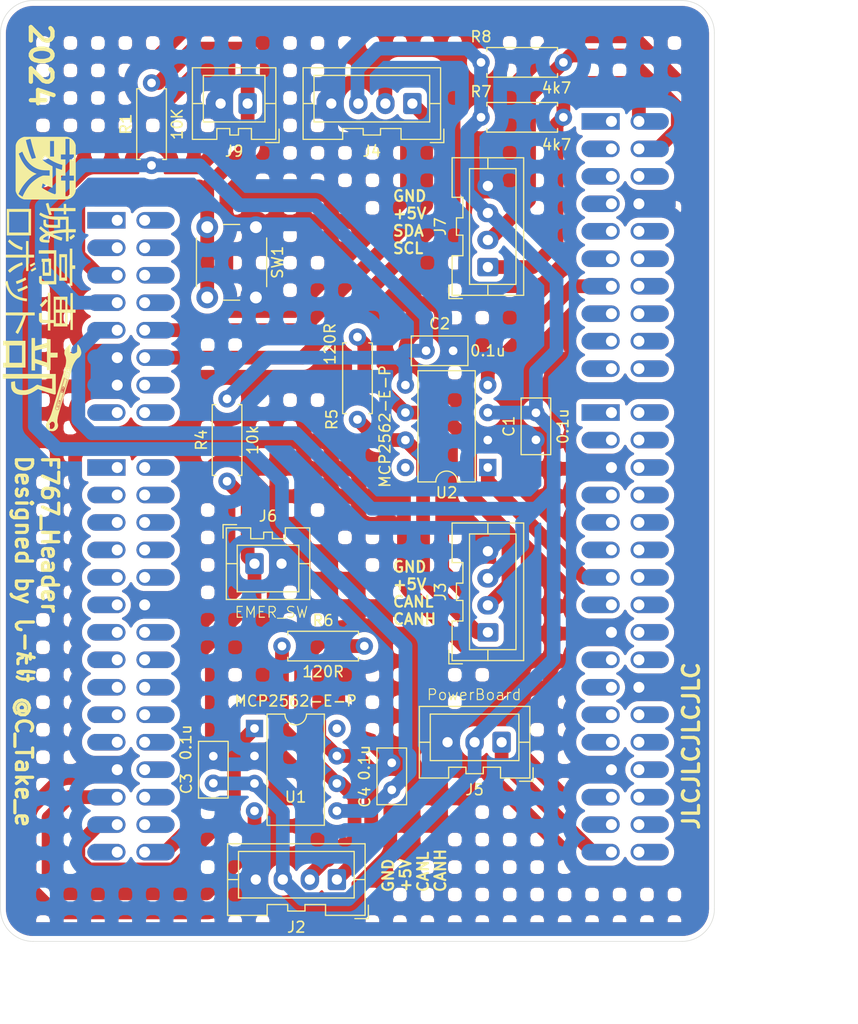
<source format=kicad_pcb>
(kicad_pcb (version 20240108) (generator "pcbnew") (generator_version "8.0")
  (layers (0 "F.Cu" signal) (31 "B.Cu" signal) (34 "B.Paste" user) (35 "F.Paste" user) (36 "B.SilkS" user "B.Silkscreen") (37 "F.SilkS" user "F.Silkscreen") (38 "B.Mask" user) (39 "F.Mask" user) (44 "Edge.Cuts" user))
  (net 0 "")
  (net 1 "I2C1_SDA")
  (net 2 "GND")
  (net 3 "+5V")
  (net 4 "I2C1_SCL")
  (net 5 "+3V3")
  (net 6 "UART_RX")
  (net 7 "UART_TX")
  (net 8 "NRST")
  (net 9 "EMER_SIG")
  (net 10 "EMER_SW")
  (net 81 "CAN2_RD")
  (net 82 "CAN1_RD")
  (net 83 "CAN1_TD")
  (net 84 "CAN2_TD")
  (net 85 "CAN1H")
  (net 86 "CAN1L")
  (net 87 "CAN2H")
  (net 88 "CAN2L")
  (footprint "Resistor_THT:R_Axial_DIN0207_L6.3mm_D2.5mm_P7.62mm_Horizontal" (layer "F.Cu") (at 205.74 55.88)
    (property "Reference" "R8" (at 0 -2.37 0) (layer "F.SilkS"))
    (property "Value" "4k7" (at 6.985 2.37 0) (layer "F.SilkS"))
    (pad "1" thru_hole circle (at 0 0) (size 1.6 1.6) (drill 0.8) (layers "*.Cu" "*.Mask") (net 3 "+5V"))
    (pad "2" thru_hole oval (at 7.62 0) (size 1.6 1.6) (drill 0.8) (layers "*.Cu" "*.Mask") (net 1 "I2C1_SDA"))
  )
  (footprint "LOGO" (layer "F.Cu") (at 165.1 76.835 -90)
    (property "Reference" "G***" (hide yes))
    (property "Value" "LOGO" (hide yes))
  )
  (footprint "Capacitor_THT:C_Disc_D5.0mm_W2.5mm_P2.50mm" (layer "F.Cu") (at 197.485 123.15 90)
    (property "Reference" "C4" (at -0.675 -2.5 270) (layer "F.SilkS"))
    (property "Value" "0.1u" (at 2.5 -2.54 270) (layer "F.SilkS"))
    (pad "1" thru_hole circle (at 0 0 90) (size 1.6 1.6) (drill 0.8) (layers "*.Cu" "*.Mask") (net 5 "+3V3"))
    (pad "2" thru_hole circle (at 2.5 0 90) (size 1.6 1.6) (drill 0.8) (layers "*.Cu" "*.Mask") (net 2 "GND"))
  )
  (footprint "Button_Switch_THT:SW_PUSH_6mm" (layer "F.Cu") (at 184.912 71.12 -90)
    (property "Reference" "SW1" (at 3.25 -2 90) (layer "F.SilkS"))
    (property "Value" "SW_Push")
    (pad "1" thru_hole circle (at 0 0) (size 2 2) (drill 1.1) (layers "*.Cu" "*.Mask") (net 2 "GND"))
    (pad "1" thru_hole circle (at 6.5 0) (size 2 2) (drill 1.1) (layers "*.Cu" "*.Mask") (net 2 "GND"))
    (pad "2" thru_hole circle (at 0 4.5) (size 2 2) (drill 1.1) (layers "*.Cu" "*.Mask") (net 8 "NRST"))
    (pad "2" thru_hole circle (at 6.5 4.5) (size 2 2) (drill 1.1) (layers "*.Cu" "*.Mask") (net 8 "NRST"))
  )
  (footprint "Resistor_THT:R_Axial_DIN0207_L6.3mm_D2.5mm_P7.62mm_Horizontal" (layer "F.Cu") (at 194.945 109.855 180)
    (property "Reference" "R6" (at 3.81 2.37 180) (layer "F.SilkS"))
    (property "Value" "120R" (at 3.81 -2.37 180) (layer "F.SilkS"))
    (pad "1" thru_hole circle (at 0 0 180) (size 1.6 1.6) (drill 0.8) (layers "*.Cu" "*.Mask") (net 85 "CAN1H"))
    (pad "2" thru_hole oval (at 7.62 0 180) (size 1.6 1.6) (drill 0.8) (layers "*.Cu" "*.Mask") (net 86 "CAN1L"))
  )
  (footprint "Capacitor_THT:C_Disc_D5.0mm_W2.5mm_P2.50mm" (layer "F.Cu") (at 180.975 122.535 90)
    (property "Reference" "C3" (at -0.04 -2.5 -90) (layer "F.SilkS"))
    (property "Value" "0.1u" (at 3.77 -2.54 -90) (layer "F.SilkS"))
    (pad "1" thru_hole circle (at 0 0 90) (size 1.6 1.6) (drill 0.8) (layers "*.Cu" "*.Mask") (net 3 "+5V"))
    (pad "2" thru_hole circle (at 2.5 0 90) (size 1.6 1.6) (drill 0.8) (layers "*.Cu" "*.Mask") (net 2 "GND"))
  )
  (footprint "Resistor_THT:R_Axial_DIN0207_L6.3mm_D2.5mm_P7.62mm_Horizontal" (layer "F.Cu") (at 175.26 57.785 -90)
    (property "Reference" "R1" (at 3.81 2.37 90) (layer "F.SilkS"))
    (property "Value" "10K" (at 3.81 -2.37 90) (layer "F.SilkS"))
    (pad "1" thru_hole circle (at 0 0 270) (size 1.6 1.6) (drill 0.8) (layers "*.Cu" "*.Mask") (net 8 "NRST"))
    (pad "2" thru_hole oval (at 7.62 0 270) (size 1.6 1.6) (drill 0.8) (layers "*.Cu" "*.Mask") (net 5 "+3V3"))
  )
  (footprint "NUCLEO-F767ZI:INNER_ST_NUCLEO-F767ZI" (layer "F.Cu") (at 196.215 95.255)
    (property "Reference" "A1" (hide yes))
    (property "Value" "INNER_NUCLEO-F767ZI" (hide yes))
    (pad "CN7_1" thru_hole rect (at 21.59 -33.914) (size 3.53 1.53) (drill 1.02 (offset -1 0)) (layers "*.Cu" "*.Mask"))
    (pad "CN7_2" thru_hole oval (at 24.13 -33.914) (size 3.53 1.53) (drill 1.02 (offset 1 0)) (layers "*.Cu" "*.Mask") (net 4 "I2C1_SCL"))
    (pad "CN7_3" thru_hole oval (at 21.59 -31.374) (size 3.53 1.53) (drill 1.02 (offset -1 0)) (layers "*.Cu" "*.Mask"))
    (pad "CN7_4" thru_hole oval (at 24.13 -31.374) (size 3.53 1.53) (drill 1.02 (offset 1 0)) (layers "*.Cu" "*.Mask") (net 1 "I2C1_SDA"))
    (pad "CN7_5" thru_hole oval (at 21.59 -28.834) (size 3.53 1.53) (drill 1.02 (offset -1 0)) (layers "*.Cu" "*.Mask"))
    (pad "CN7_6" thru_hole oval (at 24.13 -28.834) (size 3.53 1.53) (drill 1.02 (offset 1 0)) (layers "*.Cu" "*.Mask"))
    (pad "CN7_7" thru_hole oval (at 21.59 -26.294) (size 3.53 1.53) (drill 1.02 (offset -1 0)) (layers "*.Cu" "*.Mask"))
    (pad "CN7_8" thru_hole oval (at 24.13 -26.294) (size 3.53 1.53) (drill 1.02 (offset 1 0)) (layers "*.Cu" "*.Mask") (net 2 "GND"))
    (pad "CN7_9" thru_hole oval (at 21.59 -23.754) (size 3.53 1.53) (drill 1.02 (offset -1 0)) (layers "*.Cu" "*.Mask"))
    (pad "CN7_10" thru_hole oval (at 24.13 -23.754) (size 3.53 1.53) (drill 1.02 (offset 1 0)) (layers "*.Cu" "*.Mask"))
    (pad "CN7_11" thru_hole oval (at 21.59 -21.214) (size 3.53 1.53) (drill 1.02 (offset -1 0)) (layers "*.Cu" "*.Mask"))
    (pad "CN7_12" thru_hole oval (at 24.13 -21.214) (size 3.53 1.53) (drill 1.02 (offset 1 0)) (layers "*.Cu" "*.Mask"))
    (pad "CN7_13" thru_hole oval (at 21.59 -18.674) (size 3.53 1.53) (drill 1.02 (offset -1 0)) (layers "*.Cu" "*.Mask") (net 81 "CAN2_RD"))
    (pad "CN7_14" thru_hole oval (at 24.13 -18.674) (size 3.53 1.53) (drill 1.02 (offset 1 0)) (layers "*.Cu" "*.Mask"))
    (pad "CN7_15" thru_hole oval (at 21.59 -16.134) (size 3.53 1.53) (drill 1.02 (offset -1 0)) (layers "*.Cu" "*.Mask"))
    (pad "CN7_16" thru_hole oval (at 24.13 -16.134) (size 3.53 1.53) (drill 1.02 (offset 1 0)) (layers "*.Cu" "*.Mask"))
    (pad "CN7_17" thru_hole oval (at 21.59 -13.594) (size 3.53 1.53) (drill 1.02 (offset -1 0)) (layers "*.Cu" "*.Mask"))
    (pad "CN7_18" thru_hole oval (at 24.13 -13.594) (size 3.53 1.53) (drill 1.02 (offset 1 0)) (layers "*.Cu" "*.Mask"))
    (pad "CN7_19" thru_hole oval (at 21.59 -11.054) (size 3.53 1.53) (drill 1.02 (offset -1 0)) (layers "*.Cu" "*.Mask"))
    (pad "CN7_20" thru_hole oval (at 24.13 -11.054) (size 3.53 1.53) (drill 1.02 (offset 1 0)) (layers "*.Cu" "*.Mask"))
    (pad "CN8_1" thru_hole rect (at -24.13 -24.77) (size 3.53 1.53) (drill 1.02 (offset -1 0)) (layers "*.Cu" "*.Mask"))
    (pad "CN8_2" thru_hole oval (at -21.59 -24.77) (size 3.53 1.53) (drill 1.02 (offset 1 0)) (layers "*.Cu" "*.Mask"))
    (pad "CN8_3" thru_hole oval (at -24.13 -22.23) (size 3.53 1.53) (drill 1.02 (offset -1 0)) (layers "*.Cu" "*.Mask"))
    (pad "CN8_4" thru_hole oval (at -21.59 -22.23) (size 3.53 1.53) (drill 1.02 (offset 1 0)) (layers "*.Cu" "*.Mask"))
    (pad "CN8_5" thru_hole oval (at -24.13 -19.69) (size 3.53 1.53) (drill 1.02 (offset -1 0)) (layers "*.Cu" "*.Mask") (net 8 "NRST"))
    (pad "CN8_6" thru_hole oval (at -21.59 -19.69) (size 3.53 1.53) (drill 1.02 (offset 1 0)) (layers "*.Cu" "*.Mask"))
    (pad "CN8_7" thru_hole oval (at -24.13 -17.15) (size 3.53 1.53) (drill 1.02 (offset -1 0)) (layers "*.Cu" "*.Mask") (net 5 "+3V3"))
    (pad "CN8_8" thru_hole oval (at -21.59 -17.15) (size 3.53 1.53) (drill 1.02 (offset 1 0)) (layers "*.Cu" "*.Mask"))
    (pad "CN8_9" thru_hole oval (at -24.13 -14.61) (size 3.53 1.53) (drill 1.02 (offset -1 0)) (layers "*.Cu" "*.Mask") (net 3 "+5V"))
    (pad "CN8_10" thru_hole oval (at -21.59 -14.61) (size 3.53 1.53) (drill 1.02 (offset 1 0)) (layers "*.Cu" "*.Mask") (net 7 "UART_TX"))
    (pad "CN8_11" thru_hole oval (at -24.13 -12.07) (size 3.53 1.53) (drill 1.02 (offset -1 0)) (layers "*.Cu" "*.Mask") (net 2 "GND"))
    (pad "CN8_12" thru_hole oval (at -21.59 -12.07) (size 3.53 1.53) (drill 1.02 (offset 1 0)) (layers "*.Cu" "*.Mask") (net 6 "UART_RX"))
    (pad "CN8_13" thru_hole oval (at -24.13 -9.53) (size 3.53 1.53) (drill 1.02 (offset -1 0)) (layers "*.Cu" "*.Mask") (net 2 "GND"))
    (pad "CN8_14" thru_hole oval (at -21.59 -9.53) (size 3.53 1.53) (drill 1.02 (offset 1 0)) (layers "*.Cu" "*.Mask"))
    (pad "CN8_15" thru_hole oval (at -24.13 -6.99) (size 3.53 1.53) (drill 1.02 (offset -1 0)) (layers "*.Cu" "*.Mask"))
    (pad "CN8_16" thru_hole oval (at -21.59 -6.99) (size 3.53 1.53) (drill 1.02 (offset 1 0)) (layers "*.Cu" "*.Mask"))
    (pad "CN9_1" thru_hole rect (at -24.13 -1.91) (size 3.53 1.53) (drill 1.02 (offset -1 0)) (layers "*.Cu" "*.Mask"))
    (pad "CN9_2" thru_hole oval (at -21.59 -1.91) (size 3.53 1.53) (drill 1.02 (offset 1 0)) (layers "*.Cu" "*.Mask"))
    (pad "CN9_3" thru_hole oval (at -24.13 0.63) (size 3.53 1.53) (drill 1.02 (offset -1 0)) (layers "*.Cu" "*.Mask"))
    (pad "CN9_4" thru_hole oval (at -21.59 0.63) (size 3.53 1.53) (drill 1.02 (offset 1 0)) (layers "*.Cu" "*.Mask"))
    (pad "CN9_5" thru_hole oval (at -24.13 3.17) (size 3.53 1.53) (drill 1.02 (offset -1 0)) (layers "*.Cu" "*.Mask"))
    (pad "CN9_6" thru_hole oval (at -21.59 3.17) (size 3.53 1.53) (drill 1.02 (offset 1 0)) (layers "*.Cu" "*.Mask"))
    (pad "CN9_7" thru_hole oval (at -24.13 5.71) (size 3.53 1.53) (drill 1.02 (offset -1 0)) (layers "*.Cu" "*.Mask"))
    (pad "CN9_8" thru_hole oval (at -21.59 5.71) (size 3.53 1.53) (drill 1.02 (offset 1 0)) (layers "*.Cu" "*.Mask"))
    (pad "CN9_9" thru_hole oval (at -24.13 8.25) (size 3.53 1.53) (drill 1.02 (offset -1 0)) (layers "*.Cu" "*.Mask"))
    (pad "CN9_10" thru_hole oval (at -21.59 8.25) (size 3.53 1.53) (drill 1.02 (offset 1 0)) (layers "*.Cu" "*.Mask"))
    (pad "CN9_11" thru_hole oval (at -24.13 10.79) (size 3.53 1.53) (drill 1.02 (offset -1 0)) (layers "*.Cu" "*.Mask"))
    (pad "CN9_12" thru_hole oval (at -21.59 10.79) (size 3.53 1.53) (drill 1.02 (offset 1 0)) (layers "*.Cu" "*.Mask") (net 2 "GND"))
    (pad "CN9_13" thru_hole oval (at -24.13 13.33) (size 3.53 1.53) (drill 1.02 (offset -1 0)) (layers "*.Cu" "*.Mask"))
    (pad "CN9_14" thru_hole oval (at -21.59 13.33) (size 3.53 1.53) (drill 1.02 (offset 1 0)) (layers "*.Cu" "*.Mask"))
    (pad "CN9_15" thru_hole oval (at -24.13 15.87) (size 3.53 1.53) (drill 1.02 (offset -1 0)) (layers "*.Cu" "*.Mask"))
    (pad "CN9_16" thru_hole oval (at -21.59 15.87) (size 3.53 1.53) (drill 1.02 (offset 1 0)) (layers "*.Cu" "*.Mask"))
    (pad "CN9_17" thru_hole oval (at -24.13 18.41) (size 3.53 1.53) (drill 1.02 (offset -1 0)) (layers "*.Cu" "*.Mask"))
    (pad "CN9_18" thru_hole oval (at -21.59 18.41) (size 3.53 1.53) (drill 1.02 (offset 1 0)) (layers "*.Cu" "*.Mask"))
    (pad "CN9_19" thru_hole oval (at -24.13 20.95) (size 3.53 1.53) (drill 1.02 (offset -1 0)) (layers "*.Cu" "*.Mask"))
    (pad "CN9_20" thru_hole oval (at -21.59 20.95) (size 3.53 1.53) (drill 1.02 (offset 1 0)) (layers "*.Cu" "*.Mask"))
    (pad "CN9_21" thru_hole oval (at -24.13 23.49) (size 3.53 1.53) (drill 1.02 (offset -1 0)) (layers "*.Cu" "*.Mask"))
    (pad "CN9_22" thru_hole oval (at -21.59 23.49) (size 3.53 1.53) (drill 1.02 (offset 1 0)) (layers "*.Cu" "*.Mask"))
    (pad "CN9_23" thru_hole oval (at -24.13 26.03) (size 3.53 1.53) (drill 1.02 (offset -1 0)) (layers "*.Cu" "*.Mask") (net 2 "GND"))
    (pad "CN9_24" thru_hole oval (at -21.59 26.03) (size 3.53 1.53) (drill 1.02 (offset 1 0)) (layers "*.Cu" "*.Mask"))
    (pad "CN9_25" thru_hole oval (at -24.13 28.57) (size 3.53 1.53) (drill 1.02 (offset -1 0)) (layers "*.Cu" "*.Mask") (net 82 "CAN1_RD"))
    (pad "CN9_26" thru_hole oval (at -21.59 28.57) (size 3.53 1.53) (drill 1.02 (offset 1 0)) (layers "*.Cu" "*.Mask"))
    (pad "CN9_27" thru_hole oval (at -24.13 31.11) (size 3.53 1.53) (drill 1.02 (offset -1 0)) (layers "*.Cu" "*.Mask") (net 83 "CAN1_TD"))
    (pad "CN9_28" thru_hole oval (at -21.59 31.11) (size 3.53 1.53) (drill 1.02 (offset 1 0)) (layers "*.Cu" "*.Mask"))
    (pad "CN9_29" thru_hole oval (at -24.13 33.65) (size 3.53 1.53) (drill 1.02 (offset -1 0)) (layers "*.Cu" "*.Mask"))
    (pad "CN9_30" thru_hole oval (at -21.59 33.65) (size 3.53 1.53) (drill 1.02 (offset 1 0)) (layers "*.Cu" "*.Mask") (net 10 "EMER_SW"))
    (pad "CN10_1" thru_hole rect (at 21.59 -6.99) (size 3.53 1.53) (drill 1.02 (offset -1 0)) (layers "*.Cu" "*.Mask"))
    (pad "CN10_2" thru_hole oval (at 24.13 -6.99) (size 3.53 1.53) (drill 1.02 (offset 1 0)) (layers "*.Cu" "*.Mask"))
    (pad "CN10_3" thru_hole oval (at 21.59 -4.45) (size 3.53 1.53) (drill 1.02 (offset -1 0)) (layers "*.Cu" "*.Mask"))
    (pad "CN10_4" thru_hole oval (at 24.13 -4.45) (size 3.53 1.53) (drill 1.02 (offset 1 0)) (layers "*.Cu" "*.Mask"))
    (pad "CN10_5" thru_hole oval (at 21.59 -1.91) (size 3.53 1.53) (drill 1.02 (offset -1 0)) (layers "*.Cu" "*.Mask") (net 2 "GND"))
    (pad "CN10_6" thru_hole oval (at 24.13 -1.91) (size 3.53 1.53) (drill 1.02 (offset 1 0)) (layers "*.Cu" "*.Mask"))
    (pad "CN10_7" thru_hole oval (at 21.59 0.63) (size 3.53 1.53) (drill 1.02 (offset -1 0)) (layers "*.Cu" "*.Mask"))
    (pad "CN10_8" thru_hole oval (at 24.13 0.63) (size 3.53 1.53) (drill 1.02 (offset 1 0)) (layers "*.Cu" "*.Mask"))
    (pad "CN10_9" thru_hole oval (at 21.59 3.17) (size 3.53 1.53) (drill 1.02 (offset -1 0)) (layers "*.Cu" "*.Mask"))
    (pad "CN10_10" thru_hole oval (at 24.13 3.17) (size 3.53 1.53) (drill 1.02 (offset 1 0)) (layers "*.Cu" "*.Mask"))
    (pad "CN10_11" thru_hole oval (at 21.59 5.71) (size 3.53 1.53) (drill 1.02 (offset -1 0)) (layers "*.Cu" "*.Mask"))
    (pad "CN10_12" thru_hole oval (at 24.13 5.71) (size 3.53 1.53) (drill 1.02 (offset 1 0)) (layers "*.Cu" "*.Mask"))
    (pad "CN10_13" thru_hole oval (at 21.59 8.25) (size 3.53 1.53) (drill 1.02 (offset -1 0)) (layers "*.Cu" "*.Mask") (net 84 "CAN2_TD"))
    (pad "CN10_14" thru_hole oval (at 24.13 8.25) (size 3.53 1.53) (drill 1.02 (offset 1 0)) (layers "*.Cu" "*.Mask"))
    (pad "CN10_15" thru_hole oval (at 21.59 10.79) (size 3.53 1.53) (drill 1.02 (offset -1 0)) (layers "*.Cu" "*.Mask"))
    (pad "CN10_16" thru_hole oval (at 24.13 10.79) (size 3.53 1.53) (drill 1.02 (offset 1 0)) (layers "*.Cu" "*.Mask"))
    (pad "CN10_17" thru_hole oval (at 21.59 13.33) (size 3.53 1.53) (drill 1.02 (offset -1 0)) (layers "*.Cu" "*.Mask") (net 2 "GND"))
    (pad "CN10_18" thru_hole oval (at 24.13 13.33) (size 3.53 1.53) (drill 1.02 (offset 1 0)) (layers "*.Cu" "*.Mask"))
    (pad "CN10_19" thru_hole oval (at 21.59 15.87) (size 3.53 1.53) (drill 1.02 (offset -1 0)) (layers "*.Cu" "*.Mask"))
    (pad "CN10_20" thru_hole oval (at 24.13 15.87) (size 3.53 1.53) (drill 1.02 (offset 1 0)) (layers "*.Cu" "*.Mask"))
    (pad "CN10_21" thru_hole oval (at 21.59 18.41) (size 3.53 1.53) (drill 1.02 (offset -1 0)) (layers "*.Cu" "*.Mask"))
    (pad "CN10_22" thru_hole oval (at 24.13 18.41) (size 3.53 1.53) (drill 1.02 (offset 1 0)) (layers "*.Cu" "*.Mask") (net 2 "GND"))
    (pad "CN10_23" thru_hole oval (at 21.59 20.95) (size 3.53 1.53) (drill 1.02 (offset -1 0)) (layers "*.Cu" "*.Mask"))
    (pad "CN10_24" thru_hole oval (at 24.13 20.95) (size 3.53 1.53) (drill 1.02 (offset 1 0)) (layers "*.Cu" "*.Mask"))
    (pad "CN10_25" thru_hole oval (at 21.59 23.49) (size 3.53 1.53) (drill 1.02 (offset -1 0)) (layers "*.Cu" "*.Mask"))
    (pad "CN10_26" thru_hole oval (at 24.13 23.49) (size 3.53 1.53) (drill 1.02 (offset 1 0)) (layers "*.Cu" "*.Mask"))
    (pad "CN10_27" thru_hole oval (at 21.59 26.03) (size 3.53 1.53) (drill 1.02 (offset -1 0)) (layers "*.Cu" "*.Mask") (net 2 "GND"))
    (pad "CN10_28" thru_hole oval (at 24.13 26.03) (size 3.53 1.53) (drill 1.02 (offset 1 0)) (layers "*.Cu" "*.Mask"))
    (pad "CN10_29" thru_hole oval (at 21.59 28.57) (size 3.53 1.53) (drill 1.02 (offset -1 0)) (layers "*.Cu" "*.Mask"))
    (pad "CN10_30" thru_hole oval (at 24.13 28.57) (size 3.53 1.53) (drill 1.02 (offset 1 0)) (layers "*.Cu" "*.Mask"))
    (pad "CN10_31" thru_hole oval (at 21.59 31.11) (size 3.53 1.53) (drill 1.02 (offset -1 0)) (layers "*.Cu" "*.Mask"))
    (pad "CN10_32" thru_hole oval (at 24.13 31.11) (size 3.53 1.53) (drill 1.02 (offset 1 0)) (layers "*.Cu" "*.Mask"))
    (pad "CN10_33" thru_hole oval (at 21.59 33.65) (size 3.53 1.53) (drill 1.02 (offset -1 0)) (layers "*.Cu" "*.Mask") (net 9 "EMER_SIG"))
    (pad "CN10_34" thru_hole oval (at 24.13 33.65) (size 3.53 1.53) (drill 1.02 (offset 1 0)) (layers "*.Cu" "*.Mask"))
  )
  (footprint "Capacitor_THT:C_Disc_D5.0mm_W2.5mm_P2.50mm" (layer "F.Cu") (at 200.66 82.55)
    (property "Reference" "C2" (at 1.25 -2.5 0) (layer "F.SilkS"))
    (property "Value" "0.1u" (at 5.715 0 0) (layer "F.SilkS"))
    (pad "1" thru_hole circle (at 0 0) (size 1.6 1.6) (drill 0.8) (layers "*.Cu" "*.Mask") (net 5 "+3V3"))
    (pad "2" thru_hole circle (at 2.5 0) (size 1.6 1.6) (drill 0.8) (layers "*.Cu" "*.Mask") (net 2 "GND"))
  )
  (footprint "Connector_JST:JST_XA_B02B-XASK-1_1x02_P2.50mm_Vertical" (layer "F.Cu") (at 184.15 59.69 180)
    (property "Reference" "J9" (at 1.25 -4.4 180) (layer "F.SilkS"))
    (property "Value" "RESET_SW")
    (pad "1" thru_hole roundrect (at 0 0 180) (size 1.7 1.95) (drill 0.95) (layers "*.Cu" "*.Mask") (roundrect_rratio 0.147059) (net 8 "NRST"))
    (pad "2" thru_hole oval (at 2.5 0 180) (size 1.7 1.95) (drill 0.95) (layers "*.Cu" "*.Mask") (net 2 "GND"))
  )
  (footprint "Capacitor_THT:C_Disc_D5.0mm_W2.5mm_P2.50mm" (layer "F.Cu") (at 210.82 88.285 -90)
    (property "Reference" "C1" (at 1.25 2.5 90) (layer "F.SilkS"))
    (property "Value" "0.1u" (at 1.25 -2.5 90) (layer "F.SilkS"))
    (pad "1" thru_hole circle (at 0 0 270) (size 1.6 1.6) (drill 0.8) (layers "*.Cu" "*.Mask") (net 3 "+5V"))
    (pad "2" thru_hole circle (at 2.5 0 270) (size 1.6 1.6) (drill 0.8) (layers "*.Cu" "*.Mask") (net 2 "GND"))
  )
  (footprint "Connector_JST:JST_XA_B04B-XASK-1_1x04_P2.50mm_Vertical" (layer "F.Cu") (at 206.375 74.81 90)
    (property "Reference" "J7" (at 3.75 -4.4 -90) (layer "F.SilkS"))
    (property "Value" "I2C1_default")
    (pad "1" thru_hole roundrect (at 0 0 90) (size 1.7 1.95) (drill 0.95) (layers "*.Cu" "*.Mask") (roundrect_rratio 0.147059) (net 4 "I2C1_SCL"))
    (pad "2" thru_hole oval (at 2.5 0 90) (size 1.7 1.95) (drill 0.95) (layers "*.Cu" "*.Mask") (net 1 "I2C1_SDA"))
    (pad "3" thru_hole oval (at 5 0 90) (size 1.7 1.95) (drill 0.95) (layers "*.Cu" "*.Mask") (net 3 "+5V"))
    (pad "4" thru_hole oval (at 7.5 0 90) (size 1.7 1.95) (drill 0.95) (layers "*.Cu" "*.Mask") (net 2 "GND"))
  )
  (footprint "Connector_JST:JST_XA_B04B-XASK-1_1x04_P2.50mm_Vertical" (layer "F.Cu") (at 192.405 131.445 180)
    (property "Reference" "J2" (at 3.75 -4.4 180) (layer "F.SilkS"))
    (property "Value" "CAN1")
    (pad "1" thru_hole roundrect (at 0 0 180) (size 1.7 1.95) (drill 0.95) (layers "*.Cu" "*.Mask") (roundrect_rratio 0.147059) (net 85 "CAN1H"))
    (pad "2" thru_hole oval (at 2.5 0 180) (size 1.7 1.95) (drill 0.95) (layers "*.Cu" "*.Mask") (net 86 "CAN1L"))
    (pad "3" thru_hole oval (at 5 0 180) (size 1.7 1.95) (drill 0.95) (layers "*.Cu" "*.Mask") (net 3 "+5V"))
    (pad "4" thru_hole oval (at 7.5 0 180) (size 1.7 1.95) (drill 0.95) (layers "*.Cu" "*.Mask") (net 2 "GND"))
  )
  (footprint "Connector_JST:JST_XA_B02B-XASK-1_1x02_P2.50mm_Vertical" (layer "F.Cu") (at 184.785 102.235)
    (property "Reference" "J6" (at 1.25 -4.4 0) (layer "F.SilkS"))
    (property "Value" "EMERSW_CON")
    (pad "1" thru_hole roundrect (at 0 0) (size 1.7 1.95) (drill 0.95) (layers "*.Cu" "*.Mask") (roundrect_rratio 0.147059) (net 10 "EMER_SW"))
    (pad "2" thru_hole oval (at 2.5 0) (size 1.7 1.95) (drill 0.95) (layers "*.Cu" "*.Mask") (net 2 "GND"))
  )
  (footprint "Package_DIP:DIP-8_W7.62mm" (layer "F.Cu") (at 184.785 117.475)
    (property "Reference" "U1" (at 3.8 6.34 0) (layer "F.SilkS"))
    (property "Value" "MCP2562-E-P" (at 3.81 -2.54 0) (layer "F.SilkS"))
    (pad "1" thru_hole rect (at 0 0) (size 1.6 1.6) (drill 0.8) (layers "*.Cu" "*.Mask") (net 83 "CAN1_TD"))
    (pad "2" thru_hole oval (at 0 2.54) (size 1.6 1.6) (drill 0.8) (layers "*.Cu" "*.Mask") (net 2 "GND"))
    (pad "3" thru_hole oval (at 0 5.08) (size 1.6 1.6) (drill 0.8) (layers "*.Cu" "*.Mask") (net 3 "+5V"))
    (pad "4" thru_hole oval (at 0 7.62) (size 1.6 1.6) (drill 0.8) (layers "*.Cu" "*.Mask") (net 82 "CAN1_RD"))
    (pad "5" thru_hole oval (at 7.62 7.62) (size 1.6 1.6) (drill 0.8) (layers "*.Cu" "*.Mask") (net 5 "+3V3"))
    (pad "6" thru_hole oval (at 7.62 5.08) (size 1.6 1.6) (drill 0.8) (layers "*.Cu" "*.Mask") (net 86 "CAN1L"))
    (pad "7" thru_hole oval (at 7.62 2.54) (size 1.6 1.6) (drill 0.8) (layers "*.Cu" "*.Mask") (net 85 "CAN1H"))
    (pad "8" thru_hole oval (at 7.62 0) (size 1.6 1.6) (drill 0.8) (layers "*.Cu" "*.Mask"))
  )
  (footprint "Package_DIP:DIP-8_W7.62mm" (layer "F.Cu") (at 206.365 93.345 180)
    (property "Reference" "U2" (at 3.81 -2.33 180) (layer "F.SilkS"))
    (property "Value" "MCP2562-E-P" (at 9.515 3.8 90) (layer "F.SilkS"))
    (pad "1" thru_hole rect (at 0 0 180) (size 1.6 1.6) (drill 0.8) (layers "*.Cu" "*.Mask") (net 84 "CAN2_TD"))
    (pad "2" thru_hole oval (at 0 2.54 180) (size 1.6 1.6) (drill 0.8) (layers "*.Cu" "*.Mask") (net 2 "GND"))
    (pad "3" thru_hole oval (at 0 5.08 180) (size 1.6 1.6) (drill 0.8) (layers "*.Cu" "*.Mask") (net 3 "+5V"))
    (pad "4" thru_hole oval (at 0 7.62 180) (size 1.6 1.6) (drill 0.8) (layers "*.Cu" "*.Mask") (net 81 "CAN2_RD"))
    (pad "5" thru_hole oval (at 7.62 7.62 180) (size 1.6 1.6) (drill 0.8) (layers "*.Cu" "*.Mask") (net 5 "+3V3"))
    (pad "6" thru_hole oval (at 7.62 5.08 180) (size 1.6 1.6) (drill 0.8) (layers "*.Cu" "*.Mask") (net 88 "CAN2L"))
    (pad "7" thru_hole oval (at 7.62 2.54 180) (size 1.6 1.6) (drill 0.8) (layers "*.Cu" "*.Mask") (net 87 "CAN2H"))
    (pad "8" thru_hole oval (at 7.62 0 180) (size 1.6 1.6) (drill 0.8) (layers "*.Cu" "*.Mask"))
  )
  (footprint "Connector_JST:JST_XA_B04B-XASK-1_1x04_P2.50mm_Vertical" (layer "F.Cu") (at 199.39 59.69 180)
    (property "Reference" "J4" (at 3.75 -4.4 180) (layer "F.SilkS"))
    (property "Value" "UART")
    (pad "1" thru_hole roundrect (at 0 0 180) (size 1.7 1.95) (drill 0.95) (layers "*.Cu" "*.Mask") (roundrect_rratio 0.147059) (net 7 "UART_TX"))
    (pad "2" thru_hole oval (at 2.5 0 180) (size 1.7 1.95) (drill 0.95) (layers "*.Cu" "*.Mask") (net 6 "UART_RX"))
    (pad "3" thru_hole oval (at 5 0 180) (size 1.7 1.95) (drill 0.95) (layers "*.Cu" "*.Mask") (net 3 "+5V"))
    (pad "4" thru_hole oval (at 7.5 0 180) (size 1.7 1.95) (drill 0.95) (layers "*.Cu" "*.Mask") (net 2 "GND"))
  )
  (footprint "Resistor_THT:R_Axial_DIN0207_L6.3mm_D2.5mm_P7.62mm_Horizontal" (layer "F.Cu") (at 182.245 86.995 -90)
    (property "Reference" "R4" (at 3.81 2.37 90) (layer "F.SilkS"))
    (property "Value" "10k" (at 3.81 -2.37 90) (layer "F.SilkS"))
    (pad "1" thru_hole circle (at 0 0 270) (size 1.6 1.6) (drill 0.8) (layers "*.Cu" "*.Mask") (net 5 "+3V3"))
    (pad "2" thru_hole oval (at 7.62 0 270) (size 1.6 1.6) (drill 0.8) (layers "*.Cu" "*.Mask") (net 10 "EMER_SW"))
  )
  (footprint "Resistor_THT:R_Axial_DIN0207_L6.3mm_D2.5mm_P7.62mm_Horizontal" (layer "F.Cu") (at 205.74 60.96)
    (property "Reference" "R7" (at 0 -2.37 0) (layer "F.SilkS"))
    (property "Value" "4k7" (at 6.985 2.54 0) (layer "F.SilkS"))
    (pad "1" thru_hole circle (at 0 0) (size 1.6 1.6) (drill 0.8) (layers "*.Cu" "*.Mask") (net 3 "+5V"))
    (pad "2" thru_hole oval (at 7.62 0) (size 1.6 1.6) (drill 0.8) (layers "*.Cu" "*.Mask") (net 4 "I2C1_SCL"))
  )
  (footprint "Resistor_THT:R_Axial_DIN0207_L6.3mm_D2.5mm_P7.62mm_Horizontal" (layer "F.Cu") (at 194.31 88.9 90)
    (property "Reference" "R5" (at 0 -2.37 -90) (layer "F.SilkS"))
    (property "Value" "120R" (at 6.985 -2.54 -90) (layer "F.SilkS"))
    (pad "1" thru_hole circle (at 0 0 90) (size 1.6 1.6) (drill 0.8) (layers "*.Cu" "*.Mask") (net 87 "CAN2H"))
    (pad "2" thru_hole oval (at 7.62 0 90) (size 1.6 1.6) (drill 0.8) (layers "*.Cu" "*.Mask") (net 88 "CAN2L"))
  )
  (footprint "Connector_JST:JST_XA_B03B-XASK-1_1x03_P2.50mm_Vertical" (layer "F.Cu") (at 207.645 118.745 180)
    (property "Reference" "J5" (at 2.5 -4.4 180) (layer "F.SilkS"))
    (property "Value" "PowerBoard")
    (pad "1" thru_hole roundrect (at 0 0 180) (size 1.7 1.95) (drill 0.95) (layers "*.Cu" "*.Mask") (roundrect_rratio 0.147059) (net 9 "EMER_SIG"))
    (pad "2" thru_hole oval (at 2.5 0 180) (size 1.7 1.95) (drill 0.95) (layers "*.Cu" "*.Mask") (net 3 "+5V"))
    (pad "3" thru_hole oval (at 5 0 180) (size 1.7 1.95) (drill 0.95) (layers "*.Cu" "*.Mask") (net 2 "GND"))
  )
  (footprint "Connector_JST:JST_XA_B04B-XASK-1_1x04_P2.50mm_Vertical" (layer "F.Cu") (at 206.375 108.585 90)
    (property "Reference" "J3" (at 3.75 -4.4 270) (layer "F.SilkS"))
    (property "Value" "CAN2")
    (pad "1" thru_hole roundrect (at 0 0 90) (size 1.7 1.95) (drill 0.95) (layers "*.Cu" "*.Mask") (roundrect_rratio 0.147059) (net 87 "CAN2H"))
    (pad "2" thru_hole oval (at 2.5 0 90) (size 1.7 1.95) (drill 0.95) (layers "*.Cu" "*.Mask") (net 88 "CAN2L"))
    (pad "3" thru_hole oval (at 5 0 90) (size 1.7 1.95) (drill 0.95) (layers "*.Cu" "*.Mask") (net 3 "+5V"))
    (pad "4" thru_hole oval (at 7.5 0 90) (size 1.7 1.95) (drill 0.95) (layers "*.Cu" "*.Mask") (net 2 "GND"))
  )
  (gr_arc (start 164.29 137.16) (mid 162.16868 136.28132) (end 161.29 134.16) (stroke (width 0.05)) (layer "Edge.Cuts"))
  (gr_arc (start 227.33 134.16) (mid 226.45132 136.28132) (end 224.33 137.16) (stroke (width 0.05)) (layer "Edge.Cuts"))
  (gr_line (start 161.29 134.16) (end 161.29 53.165) (stroke (width 0.05)) (layer "Edge.Cuts"))
  (gr_arc (start 161.29 53.165) (mid 162.16868 51.04368) (end 164.29 50.165) (stroke (width 0.05)) (layer "Edge.Cuts"))
  (gr_line (start 224.33 137.16) (end 164.29 137.16) (stroke (width 0.05)) (layer "Edge.Cuts"))
  (gr_arc (start 224.33 50.165) (mid 226.45132 51.04368) (end 227.33 53.165) (stroke (width 0.05)) (layer "Edge.Cuts"))
  (gr_line (start 227.33 53.165) (end 227.33 134.16) (stroke (width 0.05)) (layer "Edge.Cuts"))
  (gr_line (start 164.29 50.165) (end 224.33 50.165) (stroke (width 0.05)) (layer "Edge.Cuts"))
  (gr_text "PowerBoard" (at 200.66 114.935 0) (layer "F.SilkS") (effects (font (size 1 1) (thickness 0.1)) (justify left bottom)))
  (gr_text "GND\n+5V\nCANL\nCANH" (at 197.485 107.95 0) (layer "F.SilkS") (effects (font (size 1 1) (thickness 0.2) (bold yes)) (justify left bottom)))
  (gr_text "2024" (at 163.83 52.07 -90) (layer "F.SilkS") (effects (font (size 2 2) (thickness 0.4) (bold yes)) (justify left bottom)))
  (gr_text "GND\n+5V\nCANL\nCANH" (at 202.565 132.715 90) (layer "F.SilkS") (effects (font (size 1 1) (thickness 0.2) (bold yes)) (justify left bottom)))
  (gr_text "GND\n+5V\nSDA\nSCL" (at 197.485 73.66 0) (layer "F.SilkS") (effects (font (size 1 1) (thickness 0.2) (bold yes)) (justify left bottom)))
  (gr_text "EMER_SW" (at 182.88 107.315 0) (layer "F.SilkS") (effects (font (size 1 1) (thickness 0.1)) (justify left bottom)))
  (gr_text "F767_Header\nDesigned by しーたけ @C_Take_e" (at 162.56 92.075 270) (layer "F.SilkS") (effects (font (size 1.5 1.5) (thickness 0.3) (bold yes)) (justify left bottom)))
  (gr_text "JLCJLCJLCJLC" (at 226.06 127 90) (layer "F.SilkS") (effects (font (size 1.5 1.5) (thickness 0.3) (bold yes)) (justify left bottom)))
  (segment (start 223.945 62.003742) (end 223.945 60.115) (width 1.27) (layer "F.Cu") (net 1))
  (segment (start 213.995 55.245) (end 213.36 55.88) (width 1.27) (layer "F.Cu") (net 1))
  (segment (start 223.945 60.115) (end 219.075 55.245) (width 1.27) (layer "F.Cu") (net 1))
  (segment (start 206.5 72.31) (end 206.375 72.31) (width 1.27) (layer "F.Cu") (net 1))
  (segment (start 222.067742 63.881) (end 223.945 62.003742) (width 1.27) (layer "F.Cu") (net 1))
  (segment (start 220.345 63.881) (end 222.067742 63.881) (width 1.27) (layer "F.Cu") (net 1))
  (segment (start 213.36 55.88) (end 210.185 59.055) (width 1.27) (layer "F.Cu") (net 1))
  (segment (start 210.185 59.055) (end 210.185 68.625) (width 1.27) (layer "F.Cu") (net 1))
  (segment (start 219.075 55.245) (end 213.995 55.245) (width 1.27) (layer "F.Cu") (net 1))
  (segment (start 210.185 68.625) (end 206.5 72.31) (width 1.27) (layer "F.Cu") (net 1))
  (segment (start 170.362258 80.645) (end 172.085 80.645) (width 1.27) (layer "F.Cu") (net 3))
  (segment (start 206.375 69.81) (end 206.36705 69.81) (width 1.27) (layer "B.Cu") (net 3))
  (segment (start 206.375 69.81) (end 206.5 69.81) (width 1.27) (layer "B.Cu") (net 3))
  (segment (start 209.55 98.425) (end 209.55 100.535) (width 1.27) (layer "B.Cu") (net 3))
  (segment (start 194.31 59.61) (end 194.31 56.515) (width 1.27) (layer "B.Cu") (net 3))
  (segment (start 210.82 97.155) (end 195.58 97.155) (width 1.27) (layer "B.Cu") (net 3))
  (segment (start 187.405 131.45295) (end 187.405 131.445) (width 1.27) (layer "B.Cu") (net 3))
  (segment (start 206.36705 69.81) (end 204.47 67.91295) (width 1.27) (layer "B.Cu") (net 3))
  (segment (start 204.47 67.91295) (end 204.47 62.23) (width 1.27) (layer "B.Cu") (net 3))
  (segment (start 187.405 131.445) (end 187.405 125.175) (width 1.27) (layer "B.Cu") (net 3))
  (segment (start 212.725 82.55) (end 210.82 84.455) (width 1.27) (layer "B.Cu") (net 3))
  (segment (start 205.145 118.745) (end 205.145 118.37865) (width 1.27) (layer "B.Cu") (net 3))
  (segment (start 212.455 95.52) (end 210.82 97.155) (width 1.27) (layer "B.Cu") (net 3))
  (segment (start 194.39 59.69) (end 194.31 59.61) (width 1.27) (layer "B.Cu") (net 3))
  (segment (start 189.20705 133.255) (end 187.405 131.45295) (width 1.27) (layer "B.Cu") (net 3))
  (segment (start 205.145 121.57135) (end 193.46135 133.255) (width 1.27) (layer "B.Cu") (net 3))
  (segment (start 170.362258 80.645) (end 172.085 80.645) (width 1.27) (layer "B.Cu") (net 3))
  (segment (start 206.365 88.265) (end 210.8 88.265) (width 1.27) (layer "B.Cu") (net 3))
  (segment (start 195.58 97.155) (end 188.595 90.17) (width 1.27) (layer "B.Cu") (net 3))
  (segment (start 205.145 118.745) (end 205.145 121.57135) (width 1.27) (layer "B.Cu") (net 3))
  (segment (start 205.145 118.37865) (end 212.455 111.06865) (width 1.27) (layer "B.Cu") (net 3))
  (segment (start 194.31 56.515) (end 196.215 54.61) (width 1.27) (layer "B.Cu") (net 3))
  (segment (start 212.725 76.035) (end 212.725 82.55) (width 1.27) (layer "B.Cu") (net 3))
  (segment (start 196.215 54.61) (end 204.47 54.61) (width 1.27) (layer "B.Cu") (net 3))
  (segment (start 184.785 122.555) (end 180.995 122.555) (width 1.27) (layer "B.Cu") (net 3))
  (segment (start 206.5 103.585) (end 206.375 103.585) (width 1.27) (layer "B.Cu") (net 3))
  (segment (start 193.46135 133.255) (end 189.20705 133.255) (width 1.27) (layer "B.Cu") (net 3))
  (segment (start 210.82 88.285) (end 210.82 84.455) (width 1.27) (layer "B.Cu") (net 3))
  (segment (start 210.8 88.265) (end 210.82 88.285) (width 1.27) (layer "B.Cu") (net 3))
  (segment (start 206.5 69.81) (end 212.725 76.035) (width 1.27) (layer "B.Cu") (net 3))
  (segment (start 204.47 62.23) (end 205.74 60.96) (width 1.27) (layer "B.Cu") (net 3))
  (segment (start 188.595 90.17) (end 169.727258 90.17) (width 1.27) (layer "B.Cu") (net 3))
  (segment (start 180.995 122.555) (end 180.975 122.535) (width 1.27) (layer "B.Cu") (net 3))
  (segment (start 169.727258 90.17) (end 168.485 88.927742) (width 1.27) (layer "B.Cu") (net 3))
  (segment (start 205.74 55.88) (end 205.74 60.96) (width 1.27) (layer "B.Cu") (net 3))
  (segment (start 212.455 111.06865) (end 212.455 95.52) (width 1.27) (layer "B.Cu") (net 3))
  (segment (start 210.82 97.155) (end 209.55 98.425) (width 1.27) (layer "B.Cu") (net 3))
  (segment (start 210.82 88.285) (end 212.455 89.92) (width 1.27) (layer "B.Cu") (net 3))
  (segment (start 204.47 54.61) (end 205.74 55.88) (width 1.27) (layer "B.Cu") (net 3))
  (segment (start 209.55 100.535) (end 206.5 103.585) (width 1.27) (layer "B.Cu") (net 3))
  (segment (start 187.405 125.175) (end 184.785 122.555) (width 1.27) (layer "B.Cu") (net 3))
  (segment (start 168.485 82.522258) (end 170.362258 80.645) (width 1.27) (layer "B.Cu") (net 3))
  (segment (start 168.485 88.927742) (end 168.485 82.522258) (width 1.27) (layer "B.Cu") (net 3))
  (segment (start 212.455 89.92) (end 212.455 95.52) (width 1.27) (layer "B.Cu") (net 3))
  (segment (start 213.36 60.96) (end 212.725 61.595) (width 1.27) (layer "F.Cu") (net 4))
  (segment (start 213.995 57.785) (end 213.36 58.42) (width 1.27) (layer "F.Cu") (net 4))
  (segment (start 220.345 59.055) (end 219.075 57.785) (width 1.27) (layer "F.Cu") (net 4))
  (segment (start 213.36 58.42) (end 213.36 60.96) (width 1.27) (layer "F.Cu") (net 4))
  (segment (start 219.075 57.785) (end 213.995 57.785) (width 1.27) (layer "F.Cu") (net 4))
  (segment (start 212.725 61.595) (end 212.725 72.61) (width 1.27) (layer "F.Cu") (net 4))
  (segment (start 212.725 72.61) (end 210.525 74.81) (width 1.27) (layer "F.Cu") (net 4))
  (segment (start 210.525 74.81) (end 206.375 74.81) (width 1.27) (layer "F.Cu") (net 4))
  (segment (start 220.345 61.341) (end 220.345 59.055) (width 1.27) (layer "F.Cu") (net 4))
  (segment (start 184.248156 91.64) (end 166.57 91.64) (width 1.27) (layer "B.Cu") (net 5))
  (segment (start 179.705 65.405) (end 175.26 65.405) (width 1.27) (layer "B.Cu") (net 5))
  (segment (start 165.1 74.93) (end 168.275 78.105) (width 1.27) (layer "B.Cu") (net 5))
  (segment (start 198.12 83.185) (end 198.755 82.55) (width 1.27) (layer "B.Cu") (net 5))
  (segment (start 198.755 82.55) (end 200.66 82.55) (width 1.27) (layer "B.Cu") (net 5))
  (segment (start 200.66 82.55) (end 200.66 79.375) (width 1.27) (layer "B.Cu") (net 5))
  (segment (start 198.755 119.60776) (end 198.755 109.855) (width 1.27) (layer "B.Cu") (net 5))
  (segment (start 190.373 69.088) (end 183.388 69.088) (width 1.27) (layer "B.Cu") (net 5))
  (segment (start 199.12 121.515) (end 199.12 119.97276) (width 1.27) (layer "B.Cu") (net 5))
  (segment (start 186.055 83.185) (end 198.12 83.185) (width 1.27) (layer "B.Cu") (net 5))
  (segment (start 197.485 123.15) (end 199.12 121.515) (width 1.27) (layer "B.Cu") (net 5))
  (segment (start 198.745 85.725) (end 198.745 83.81) (width 1.27) (layer "B.Cu") (net 5))
  (segment (start 192.405 125.095) (end 195.54 125.095) (width 1.27) (layer "B.Cu") (net 5))
  (segment (start 182.245 86.995) (end 186.055 83.185) (width 1.27) (layer "B.Cu") (net 5))
  (segment (start 198.755 109.855) (end 187.325 98.425) (width 1.27) (layer "B.Cu") (net 5))
  (segment (start 168.91 65.405) (end 165.1 69.215) (width 1.27) (layer "B.Cu") (net 5))
  (segment (start 168.275 78.105) (end 172.085 78.105) (width 1.27) (layer "B.Cu") (net 5))
  (segment (start 187.325 94.716844) (end 184.248156 91.64) (width 1.27) (layer "B.Cu") (net 5))
  (segment (start 164.465 75.565) (end 165.1 74.93) (width 1.27) (layer "B.Cu") (net 5))
  (segment (start 165.1 69.215) (end 165.1 74.93) (width 1.27) (layer "B.Cu") (net 5))
  (segment (start 199.12 119.97276) (end 198.755 119.60776) (width 1.27) (layer "B.Cu") (net 5))
  (segment (start 183.388 69.088) (end 179.705 65.405) (width 1.27) (layer "B.Cu") (net 5))
  (segment (start 187.325 98.425) (end 187.325 94.716844) (width 1.27) (layer "B.Cu") (net 5))
  (segment (start 195.54 125.095) (end 197.485 123.15) (width 1.27) (layer "B.Cu") (net 5))
  (segment (start 164.465 89.535) (end 164.465 75.565) (width 1.27) (layer "B.Cu") (net 5))
  (segment (start 198.745 83.81) (end 198.12 83.185) (width 1.27) (layer "B.Cu") (net 5))
  (segment (start 200.66 79.375) (end 190.373 69.088) (width 1.27) (layer "B.Cu") (net 5))
  (segment (start 175.26 65.405) (end 168.91 65.405) (width 1.27) (layer "B.Cu") (net 5))
  (segment (start 166.57 91.64) (end 164.465 89.535) (width 1.27) (layer "B.Cu") (net 5))
  (segment (start 203.2 69.215) (end 203.2 58.574325) (width 1.27) (layer "F.Cu") (net 6))
  (segment (start 203.2 58.574325) (end 201.140675 56.515) (width 1.27) (layer "F.Cu") (net 6))
  (segment (start 201.140675 56.515) (end 198.12 56.515) (width 1.27) (layer "F.Cu") (net 6))
  (segment (start 196.89 57.745) (end 196.89 59.69) (width 1.27) (layer "F.Cu") (net 6))
  (segment (start 198.12 56.515) (end 196.89 57.745) (width 1.27) (layer "F.Cu") (net 6))
  (segment (start 174.625 83.185) (end 189.23 83.185) (width 1.27) (layer "F.Cu") (net 6))
  (segment (start 189.23 83.185) (end 203.2 69.215) (width 1.27) (layer "F.Cu") (net 6))
  (segment (start 200.66 69.088) (end 200.66 60.96) (width 1.27) (layer "F.Cu") (net 7))
  (segment (start 174.625 80.645) (end 189.103 80.645) (width 1.27) (layer "F.Cu") (net 7))
  (segment (start 189.103 80.645) (end 200.66 69.088) (width 1.27) (layer "F.Cu") (net 7))
  (segment (start 200.66 60.96) (end 199.39 59.69) (width 1.27) (layer "F.Cu") (net 7))
  (segment (start 168.485 73.687742) (end 168.485 68.885) (width 1.27) (layer "F.Cu") (net 8))
  (segment (start 175.26 57.785) (end 175.895 57.785) (width 1.27) (layer "F.Cu") (net 8))
  (segment (start 179.702 67.362) (end 180.412 68.072) (width 1.27) (layer "F.Cu") (net 8))
  (segment (start 184.15 55.245) (end 184.15 59.69) (width 1.27) (layer "F.Cu") (net 8))
  (segment (start 170.008 67.362) (end 179.702 67.362) (width 1.27) (layer "F.Cu") (net 8))
  (segment (start 179.07 54.61) (end 183.515 54.61) (width 1.27) (layer "F.Cu") (net 8))
  (segment (start 180.412 67.362) (end 180.412 68.072) (width 1.27) (layer "F.Cu") (net 8))
  (segment (start 184.15 63.624) (end 180.412 67.362) (width 1.27) (layer "F.Cu") (net 8))
  (segment (start 184.15 59.69) (end 184.15 63.624) (width 1.27) (layer "F.Cu") (net 8))
  (segment (start 172.085 75.565) (end 170.362258 75.565) (width 1.27) (layer "F.Cu") (net 8))
  (segment (start 175.895 57.785) (end 179.07 54.61) (width 1.27) (layer "F.Cu") (net 8))
  (segment (start 168.485 68.885) (end 170.008 67.362) (width 1.27) (layer "F.Cu") (net 8))
  (segment (start 170.362258 75.565) (end 168.485 73.687742) (width 1.27) (layer "F.Cu") (net 8))
  (segment (start 180.412 68.072) (end 180.412 71.12) (width 1.27) (layer "F.Cu") (net 8))
  (segment (start 180.412 71.12) (end 180.412 77.62) (width 1.27) (layer "F.Cu") (net 8))
  (segment (start 183.515 54.61) (end 184.15 55.245) (width 1.27) (layer "F.Cu") (net 8))
  (segment (start 216.082258 128.905) (end 207.645 120.467742) (width 1.27) (layer "F.Cu") (net 9))
  (segment (start 217.805 128.905) (end 216.082258 128.905) (width 1.27) (layer "F.Cu") (net 9))
  (segment (start 207.645 120.467742) (end 207.645 118.745) (width 1.27) (layer "F.Cu") (net 9))
  (segment (start 184.15 101.6) (end 184.785 102.235) (width 1.27) (layer "F.Cu") (net 10))
  (segment (start 179.07 126.365) (end 176.53 128.905) (width 1.27) (layer "F.Cu") (net 10))
  (segment (start 184.15 96.52) (end 184.15 101.6) (width 1.27) (layer "F.Cu") (net 10))
  (segment (start 182.245 94.615) (end 184.15 96.52) (width 1.27) (layer "F.Cu") (net 10))
  (segment (start 184.785 105.41) (end 179.07 111.125) (width 1.27) (layer "F.Cu") (net 10))
  (segment (start 176.53 128.905) (end 174.625 128.905) (width 1.27) (layer "F.Cu") (net 10))
  (segment (start 179.07 111.125) (end 179.07 126.365) (width 1.27) (layer "F.Cu") (net 10))
  (segment (start 184.785 102.235) (end 184.785 105.41) (width 1.27) (layer "F.Cu") (net 10))
  (segment (start 214.229 76.581) (end 217.805 76.581) (width 1.27) (layer "F.Cu") (net 81))
  (segment (start 206.365 84.445) (end 214.229 76.581) (width 1.27) (layer "F.Cu") (net 81))
  (segment (start 206.365 85.725) (end 206.365 84.445) (width 1.27) (layer "F.Cu") (net 81))
  (segment (start 167.64 123.825) (end 172.085 123.825) (width 1.27) (layer "F.Cu") (net 82))
  (segment (start 165.735 125.73) (end 167.64 123.825) (width 1.27) (layer "F.Cu") (net 82))
  (segment (start 184.785 125.095) (end 184.785 128.27) (width 1.27) (layer "F.Cu") (net 82))
  (segment (start 167.005 132.715) (end 165.735 131.445) (width 1.27) (layer "F.Cu") (net 82))
  (segment (start 184.785 128.27) (end 180.34 132.715) (width 1.27) (layer "F.Cu") (net 82))
  (segment (start 165.735 131.445) (end 165.735 125.73) (width 1.27) (layer "F.Cu") (net 82))
  (segment (start 180.34 132.715) (end 167.005 132.715) (width 1.27) (layer "F.Cu") (net 82))
  (segment (start 177.287742 130.505) (end 182.88 124.912742) (width 1.27) (layer "F.Cu") (net 83))
  (segment (start 172.085 126.365) (end 170.362258 126.365) (width 1.27) (layer "F.Cu") (net 83))
  (segment (start 182.88 124.912742) (end 182.88 119.38) (width 1.27) (layer "F.Cu") (net 83))
  (segment (start 169.422258 130.505) (end 177.287742 130.505) (width 1.27) (layer "F.Cu") (net 83))
  (segment (start 168.485 128.242258) (end 168.485 129.567742) (width 1.27) (layer "F.Cu") (net 83))
  (segment (start 170.362258 126.365) (end 168.485 128.242258) (width 1.27) (layer "F.Cu") (net 83))
  (segment (start 168.485 129.567742) (end 169.422258 130.505) (width 1.27) (layer "F.Cu") (net 83))
  (segment (start 182.88 119.38) (end 184.785 117.475) (width 1.27) (layer "F.Cu") (net 83))
  (segment (start 215.265 103.505) (end 206.365 94.605) (width 1.27) (layer "F.Cu") (net 84))
  (segment (start 206.365 94.605) (end 206.365 93.345) (width 1.27) (layer "F.Cu") (net 84))
  (segment (start 217.805 103.505) (end 215.265 103.505) (width 1.27) (layer "F.Cu") (net 84))
  (segment (start 190.77 118.38) (end 192.405 120.015) (width 1.27) (layer "F.Cu") (net 85))
  (segment (start 194.945 109.855) (end 193.04 109.855) (width 1.27) (layer "F.Cu") (net 85))
  (segment (start 192.405 120.015) (end 194.31 120.015) (width 1.27) (layer "F.Cu") (net 85))
  (segment (start 194.31 120.015) (end 195.58 121.285) (width 1.27) (layer "F.Cu") (net 85))
  (segment (start 195.58 128.27) (end 192.405 131.445) (width 1.27) (layer "F.Cu") (net 85))
  (segment (start 193.04 109.855) (end 190.77 112.125) (width 1.27) (layer "F.Cu") (net 85))
  (segment (start 195.58 121.285) (end 195.58 128.27) (width 1.27) (layer "F.Cu") (net 85))
  (segment (start 190.77 112.125) (end 190.77 118.38) (width 1.27) (layer "F.Cu") (net 85))
  (segment (start 189.905 131.07865) (end 189.905 131.445) (width 1.27) (layer "F.Cu") (net 86))
  (segment (start 191.585 129.635) (end 191.34865 129.635) (width 1.27) (layer "F.Cu") (net 86))
  (segment (start 191.34865 129.635) (end 189.905 131.07865) (width 1.27) (layer "F.Cu") (net 86))
  (segment (start 194.04 127.731106) (end 193.588053 128.183053) (width 1.27) (layer "F.Cu") (net 86))
  (segment (start 194.04 123.825) (end 194.04 127.731106) (width 1.27) (layer "F.Cu") (net 86))
  (segment (start 192.405 122.555) (end 192.77 122.555) (width 1.27) (layer "F.Cu") (net 86))
  (segment (start 187.325 117.475) (end 187.325 109.855) (width 1.27) (layer "F.Cu") (net 86))
  (segment (start 193.588053 128.183053) (end 193.036947 128.183053) (width 1.27) (layer "F.Cu") (net 86))
  (segment (start 193.036947 128.183053) (end 191.585 129.635) (width 1.27) (layer "F.Cu") (net 86))
  (segment (start 192.77 122.555) (end 194.04 123.825) (width 1.27) (layer "F.Cu") (net 86))
  (segment (start 192.405 122.555) (end 187.325 117.475) (width 1.27) (layer "F.Cu") (net 86))
  (segment (start 200.38 103.565) (end 205.4 108.585) (width 1.27) (layer "F.Cu") (net 87))
  (segment (start 198.745 90.805) (end 200.38 92.44) (width 1.27) (layer "F.Cu") (net 87))
  (segment (start 196.215 90.805) (end 198.745 90.805) (width 1.27) (layer "F.Cu") (net 87))
  (segment (start 194.31 88.9) (end 196.215 90.805) (width 1.27) (layer "F.Cu") (net 87))
  (segment (start 200.38 92.44) (end 200.38 103.565) (width 1.27) (layer "F.Cu") (net 87))
  (segment (start 205.4 108.585) (end 206.375 108.585) (width 1.27) (layer "F.Cu") (net 87))
  (segment (start 204.73 91.065) (end 204.73 95.83224) (width 1.27) (layer "F.Cu") (net 88))
  (segment (start 198.745 88.265) (end 201.93 88.265) (width 1.27) (layer "F.Cu") (net 88))
  (segment (start 206.38295 106.085) (end 206.375 106.085) (width 1.27) (layer "F.Cu") (net 88))
  (segment (start 208.28 104.18795) (end 206.38295 106.085) (width 1.27) (layer "F.Cu") (net 88))
  (segment (start 201.93 88.265) (end 204.73 91.065) (width 1.27) (layer "F.Cu") (net 88))
  (segment (start 194.945 84.465) (end 198.745 88.265) (width 1.27) (layer "F.Cu") (net 88))
  (segment (start 204.73 95.83224) (end 208.28 99.38224) (width 1.27) (layer "F.Cu") (net 88))
  (segment (start 194.31 81.28) (end 194.945 81.915) (width 1.27) (layer "F.Cu") (net 88))
  (segment (start 194.945 81.915) (end 194.945 84.465) (width 1.27) (layer "F.Cu") (net 88))
  (segment (start 208.28 99.38224) (end 208.28 104.18795) (width 1.27) (layer "F.Cu") (net 88))
  (zone (net 2) (net_name "GND") (layers "F&B.Cu") (connect_pads yes (clearance 0.5)) (min_thickness 0.25) (fill yes (mode hatch) (thermal_gap 0.5) (thermal_bridge_width 0.5) (hatch_thickness 1.27) (hatch_gap 1.27) (hatch_orientation 0) (hatch_smoothing_level 2) (hatch_smoothing_value 0.6) (hatch_border_algorithm hatch_thickness) (hatch_min_hole_area 0.3))
    (polygon (pts (xy 161.29 50.165) (xy 161.29 137.16) (xy 227.33 137.16) (xy 227.33 50.165)))
  )
)
</source>
